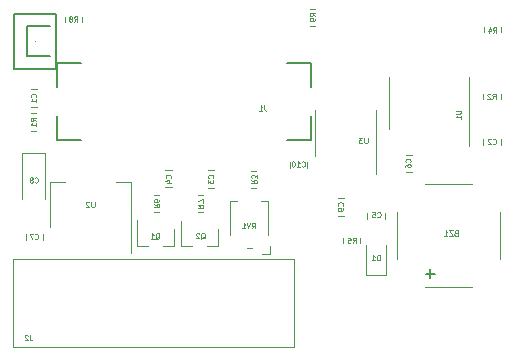
<source format=gbr>
G04 #@! TF.GenerationSoftware,KiCad,Pcbnew,(5.1.8-0-10_14)*
G04 #@! TF.CreationDate,2021-03-05T16:46:23-05:00*
G04 #@! TF.ProjectId,v1,76312e6b-6963-4616-945f-706362585858,rev?*
G04 #@! TF.SameCoordinates,Original*
G04 #@! TF.FileFunction,Legend,Bot*
G04 #@! TF.FilePolarity,Positive*
%FSLAX46Y46*%
G04 Gerber Fmt 4.6, Leading zero omitted, Abs format (unit mm)*
G04 Created by KiCad (PCBNEW (5.1.8-0-10_14)) date 2021-03-05 16:46:23*
%MOMM*%
%LPD*%
G01*
G04 APERTURE LIST*
%ADD10C,0.120000*%
%ADD11C,0.150000*%
%ADD12C,0.050000*%
%ADD13C,0.127000*%
%ADD14C,0.112500*%
%ADD15C,0.000100*%
%ADD16C,0.000120*%
G04 APERTURE END LIST*
D10*
X161868800Y-91821000D02*
X161868800Y-95271000D01*
X161868800Y-91821000D02*
X161868800Y-89871000D01*
X156748800Y-91821000D02*
X156748800Y-93771000D01*
X156748800Y-91821000D02*
X156748800Y-89871000D01*
X134308800Y-95956200D02*
X135568800Y-95956200D01*
X141128800Y-95956200D02*
X139868800Y-95956200D01*
X134308800Y-99716200D02*
X134308800Y-95956200D01*
X141128800Y-101966200D02*
X141128800Y-95956200D01*
X169780400Y-89281000D02*
X169780400Y-92881000D01*
X169780400Y-89281000D02*
X169780400Y-87081000D01*
X163010400Y-89281000D02*
X163010400Y-91481000D01*
X163010400Y-89281000D02*
X163010400Y-87081000D01*
X152955400Y-102015600D02*
X152255400Y-102015600D01*
X152955400Y-101315600D02*
X152955400Y-102015600D01*
X149555400Y-97515600D02*
X150155400Y-97515600D01*
X149555400Y-100415600D02*
X149555400Y-97515600D01*
X152755400Y-97515600D02*
X152155400Y-97515600D01*
X152755400Y-100415600D02*
X152755400Y-97515600D01*
X151355400Y-101515600D02*
X150955400Y-101515600D01*
X156767264Y-81243500D02*
X156313136Y-81243500D01*
X156767264Y-82713500D02*
X156313136Y-82713500D01*
X137031400Y-82421464D02*
X137031400Y-81967336D01*
X135561400Y-82421464D02*
X135561400Y-81967336D01*
X146807336Y-98474200D02*
X147261464Y-98474200D01*
X146807336Y-97004200D02*
X147261464Y-97004200D01*
X143073536Y-98465734D02*
X143527664Y-98465734D01*
X143073536Y-96995734D02*
X143527664Y-96995734D01*
X160551800Y-100661736D02*
X160551800Y-101115864D01*
X159081800Y-100661736D02*
X159081800Y-101115864D01*
X170996300Y-83261564D02*
X170996300Y-82807436D01*
X172466300Y-83261564D02*
X172466300Y-82807436D01*
X151283936Y-96442200D02*
X151738064Y-96442200D01*
X151283936Y-94972200D02*
X151738064Y-94972200D01*
X170969000Y-88896564D02*
X170969000Y-88442436D01*
X172439000Y-88896564D02*
X172439000Y-88442436D01*
X132665736Y-91590800D02*
X133119864Y-91590800D01*
X132665736Y-90120800D02*
X133119864Y-90120800D01*
X148544400Y-101352468D02*
X147614400Y-101352468D01*
X145384400Y-101352468D02*
X146314400Y-101352468D01*
X145384400Y-101352468D02*
X145384400Y-99192468D01*
X148544400Y-101352468D02*
X148544400Y-99892468D01*
X144810600Y-101344000D02*
X143880600Y-101344000D01*
X141650600Y-101344000D02*
X142580600Y-101344000D01*
X141650600Y-101344000D02*
X141650600Y-99184000D01*
X144810600Y-101344000D02*
X144810600Y-99884000D01*
X131154100Y-109884700D02*
X154914100Y-109884700D01*
X154914100Y-109884700D02*
X154914100Y-102484700D01*
X154914100Y-102484700D02*
X131154100Y-102484700D01*
X131154100Y-102484700D02*
X131154100Y-109884700D01*
D11*
X134892000Y-90352000D02*
X134892000Y-90352000D01*
X134892000Y-92352000D02*
X134892000Y-90352000D01*
X136892000Y-92352000D02*
X136892000Y-92352000D01*
X134892000Y-92352000D02*
X136892000Y-92352000D01*
X134892000Y-87852000D02*
X134892000Y-87852000D01*
X134892000Y-85852000D02*
X134892000Y-87852000D01*
X136892000Y-85852000D02*
X136892000Y-85852000D01*
X134892000Y-85852000D02*
X136892000Y-85852000D01*
X154392000Y-85852000D02*
X154392000Y-85852000D01*
X156392000Y-85852000D02*
X154392000Y-85852000D01*
X156392000Y-87852000D02*
X156392000Y-87852000D01*
X156392000Y-85852000D02*
X156392000Y-87852000D01*
X156392000Y-90352000D02*
X156392000Y-90352000D01*
X156392000Y-92352000D02*
X156392000Y-90352000D01*
D12*
X154392000Y-92352000D02*
X154392000Y-92352000D01*
D11*
X156392000Y-92352000D02*
X154392000Y-92352000D01*
D10*
X162749600Y-103836600D02*
X162749600Y-101286600D01*
X161049600Y-103836600D02*
X161049600Y-101286600D01*
X162749600Y-103836600D02*
X161049600Y-103836600D01*
X154586000Y-94226748D02*
X154586000Y-94749252D01*
X156056000Y-94226748D02*
X156056000Y-94749252D01*
X159204252Y-98779000D02*
X158681748Y-98779000D01*
X159204252Y-97309000D02*
X158681748Y-97309000D01*
X131957800Y-97411200D02*
X131957800Y-93501200D01*
X131957800Y-93501200D02*
X133827800Y-93501200D01*
X133827800Y-93501200D02*
X133827800Y-97411200D01*
X132227800Y-100304948D02*
X132227800Y-100827452D01*
X133697800Y-100304948D02*
X133697800Y-100827452D01*
X164914252Y-95096000D02*
X164391748Y-95096000D01*
X164914252Y-93626000D02*
X164391748Y-93626000D01*
X161164600Y-99041852D02*
X161164600Y-98519348D01*
X162634600Y-99041852D02*
X162634600Y-98519348D01*
X144584052Y-94921400D02*
X144061548Y-94921400D01*
X144584052Y-96391400D02*
X144061548Y-96391400D01*
X147668348Y-96416800D02*
X148190852Y-96416800D01*
X147668348Y-94946800D02*
X148190852Y-94946800D01*
X170969000Y-92778252D02*
X170969000Y-92255748D01*
X172439000Y-92778252D02*
X172439000Y-92255748D01*
X133174052Y-88088800D02*
X132651548Y-88088800D01*
X133174052Y-89558800D02*
X132651548Y-89558800D01*
X170046400Y-104813000D02*
X166046400Y-104813000D01*
X163696400Y-102463000D02*
X163696400Y-98463000D01*
X166046400Y-96113000D02*
X170046400Y-96113000D01*
X172396400Y-98463000D02*
X172396400Y-102463000D01*
D13*
X132384800Y-82753200D02*
X134289800Y-82753200D01*
X132384800Y-85293200D02*
X132384800Y-82753200D01*
X134289800Y-85293200D02*
X132384800Y-85293200D01*
X134772400Y-81673700D02*
X134772400Y-86372700D01*
X131267200Y-81673700D02*
X134772400Y-81673700D01*
X131267200Y-86372700D02*
X131267200Y-81673700D01*
X134772400Y-86372700D02*
X131267200Y-86372700D01*
D14*
X161175657Y-92184171D02*
X161175657Y-92548457D01*
X161154228Y-92591314D01*
X161132800Y-92612742D01*
X161089942Y-92634171D01*
X161004228Y-92634171D01*
X160961371Y-92612742D01*
X160939942Y-92591314D01*
X160918514Y-92548457D01*
X160918514Y-92184171D01*
X160747085Y-92184171D02*
X160468514Y-92184171D01*
X160618514Y-92355600D01*
X160554228Y-92355600D01*
X160511371Y-92377028D01*
X160489942Y-92398457D01*
X160468514Y-92441314D01*
X160468514Y-92548457D01*
X160489942Y-92591314D01*
X160511371Y-92612742D01*
X160554228Y-92634171D01*
X160682800Y-92634171D01*
X160725657Y-92612742D01*
X160747085Y-92591314D01*
X138061657Y-97619771D02*
X138061657Y-97984057D01*
X138040228Y-98026914D01*
X138018800Y-98048342D01*
X137975942Y-98069771D01*
X137890228Y-98069771D01*
X137847371Y-98048342D01*
X137825942Y-98026914D01*
X137804514Y-97984057D01*
X137804514Y-97619771D01*
X137611657Y-97662628D02*
X137590228Y-97641200D01*
X137547371Y-97619771D01*
X137440228Y-97619771D01*
X137397371Y-97641200D01*
X137375942Y-97662628D01*
X137354514Y-97705485D01*
X137354514Y-97748342D01*
X137375942Y-97812628D01*
X137633085Y-98069771D01*
X137354514Y-98069771D01*
X168638771Y-89885642D02*
X169003057Y-89885642D01*
X169045914Y-89907071D01*
X169067342Y-89928500D01*
X169088771Y-89971357D01*
X169088771Y-90057071D01*
X169067342Y-90099928D01*
X169045914Y-90121357D01*
X169003057Y-90142785D01*
X168638771Y-90142785D01*
X169088771Y-90592785D02*
X169088771Y-90335642D01*
X169088771Y-90464214D02*
X168638771Y-90464214D01*
X168703057Y-90421357D01*
X168745914Y-90378500D01*
X168767342Y-90335642D01*
X151372457Y-99860471D02*
X151522457Y-99646185D01*
X151629600Y-99860471D02*
X151629600Y-99410471D01*
X151458171Y-99410471D01*
X151415314Y-99431900D01*
X151393885Y-99453328D01*
X151372457Y-99496185D01*
X151372457Y-99560471D01*
X151393885Y-99603328D01*
X151415314Y-99624757D01*
X151458171Y-99646185D01*
X151629600Y-99646185D01*
X151243885Y-99410471D02*
X151093885Y-99860471D01*
X150943885Y-99410471D01*
X150558171Y-99860471D02*
X150815314Y-99860471D01*
X150686742Y-99860471D02*
X150686742Y-99410471D01*
X150729600Y-99474757D01*
X150772457Y-99517614D01*
X150815314Y-99539042D01*
X156731071Y-81882000D02*
X156516785Y-81732000D01*
X156731071Y-81624857D02*
X156281071Y-81624857D01*
X156281071Y-81796285D01*
X156302500Y-81839142D01*
X156323928Y-81860571D01*
X156366785Y-81882000D01*
X156431071Y-81882000D01*
X156473928Y-81860571D01*
X156495357Y-81839142D01*
X156516785Y-81796285D01*
X156516785Y-81624857D01*
X156731071Y-82096285D02*
X156731071Y-82182000D01*
X156709642Y-82224857D01*
X156688214Y-82246285D01*
X156623928Y-82289142D01*
X156538214Y-82310571D01*
X156366785Y-82310571D01*
X156323928Y-82289142D01*
X156302500Y-82267714D01*
X156281071Y-82224857D01*
X156281071Y-82139142D01*
X156302500Y-82096285D01*
X156323928Y-82074857D01*
X156366785Y-82053428D01*
X156473928Y-82053428D01*
X156516785Y-82074857D01*
X156538214Y-82096285D01*
X156559642Y-82139142D01*
X156559642Y-82224857D01*
X156538214Y-82267714D01*
X156516785Y-82289142D01*
X156473928Y-82310571D01*
X136346000Y-82363646D02*
X136496000Y-82149360D01*
X136603142Y-82363646D02*
X136603142Y-81913646D01*
X136431714Y-81913646D01*
X136388857Y-81935075D01*
X136367428Y-81956503D01*
X136346000Y-81999360D01*
X136346000Y-82063646D01*
X136367428Y-82106503D01*
X136388857Y-82127932D01*
X136431714Y-82149360D01*
X136603142Y-82149360D01*
X136088857Y-82106503D02*
X136131714Y-82085075D01*
X136153142Y-82063646D01*
X136174571Y-82020789D01*
X136174571Y-81999360D01*
X136153142Y-81956503D01*
X136131714Y-81935075D01*
X136088857Y-81913646D01*
X136003142Y-81913646D01*
X135960285Y-81935075D01*
X135938857Y-81956503D01*
X135917428Y-81999360D01*
X135917428Y-82020789D01*
X135938857Y-82063646D01*
X135960285Y-82085075D01*
X136003142Y-82106503D01*
X136088857Y-82106503D01*
X136131714Y-82127932D01*
X136153142Y-82149360D01*
X136174571Y-82192217D01*
X136174571Y-82277932D01*
X136153142Y-82320789D01*
X136131714Y-82342217D01*
X136088857Y-82363646D01*
X136003142Y-82363646D01*
X135960285Y-82342217D01*
X135938857Y-82320789D01*
X135917428Y-82277932D01*
X135917428Y-82192217D01*
X135938857Y-82149360D01*
X135960285Y-82127932D01*
X136003142Y-82106503D01*
X146780028Y-97839600D02*
X146994314Y-97989600D01*
X146780028Y-98096742D02*
X147230028Y-98096742D01*
X147230028Y-97925314D01*
X147208600Y-97882457D01*
X147187171Y-97861028D01*
X147144314Y-97839600D01*
X147080028Y-97839600D01*
X147037171Y-97861028D01*
X147015742Y-97882457D01*
X146994314Y-97925314D01*
X146994314Y-98096742D01*
X147230028Y-97689600D02*
X147230028Y-97389600D01*
X146780028Y-97582457D01*
X143097028Y-97805734D02*
X143311314Y-97955734D01*
X143097028Y-98062876D02*
X143547028Y-98062876D01*
X143547028Y-97891448D01*
X143525600Y-97848591D01*
X143504171Y-97827162D01*
X143461314Y-97805734D01*
X143397028Y-97805734D01*
X143354171Y-97827162D01*
X143332742Y-97848591D01*
X143311314Y-97891448D01*
X143311314Y-98062876D01*
X143547028Y-97420019D02*
X143547028Y-97505734D01*
X143525600Y-97548591D01*
X143504171Y-97570019D01*
X143439885Y-97612876D01*
X143354171Y-97634305D01*
X143182742Y-97634305D01*
X143139885Y-97612876D01*
X143118457Y-97591448D01*
X143097028Y-97548591D01*
X143097028Y-97462876D01*
X143118457Y-97420019D01*
X143139885Y-97398591D01*
X143182742Y-97377162D01*
X143289885Y-97377162D01*
X143332742Y-97398591D01*
X143354171Y-97420019D01*
X143375600Y-97462876D01*
X143375600Y-97548591D01*
X143354171Y-97591448D01*
X143332742Y-97612876D01*
X143289885Y-97634305D01*
X159917200Y-101092371D02*
X160067200Y-100878085D01*
X160174342Y-101092371D02*
X160174342Y-100642371D01*
X160002914Y-100642371D01*
X159960057Y-100663800D01*
X159938628Y-100685228D01*
X159917200Y-100728085D01*
X159917200Y-100792371D01*
X159938628Y-100835228D01*
X159960057Y-100856657D01*
X160002914Y-100878085D01*
X160174342Y-100878085D01*
X159510057Y-100642371D02*
X159724342Y-100642371D01*
X159745771Y-100856657D01*
X159724342Y-100835228D01*
X159681485Y-100813800D01*
X159574342Y-100813800D01*
X159531485Y-100835228D01*
X159510057Y-100856657D01*
X159488628Y-100899514D01*
X159488628Y-101006657D01*
X159510057Y-101049514D01*
X159531485Y-101070942D01*
X159574342Y-101092371D01*
X159681485Y-101092371D01*
X159724342Y-101070942D01*
X159745771Y-101049514D01*
X171806300Y-83288871D02*
X171956300Y-83074585D01*
X172063442Y-83288871D02*
X172063442Y-82838871D01*
X171892014Y-82838871D01*
X171849157Y-82860300D01*
X171827728Y-82881728D01*
X171806300Y-82924585D01*
X171806300Y-82988871D01*
X171827728Y-83031728D01*
X171849157Y-83053157D01*
X171892014Y-83074585D01*
X172063442Y-83074585D01*
X171420585Y-82988871D02*
X171420585Y-83288871D01*
X171527728Y-82817442D02*
X171634871Y-83138871D01*
X171356300Y-83138871D01*
X151330928Y-95756800D02*
X151545214Y-95906800D01*
X151330928Y-96013942D02*
X151780928Y-96013942D01*
X151780928Y-95842514D01*
X151759500Y-95799657D01*
X151738071Y-95778228D01*
X151695214Y-95756800D01*
X151630928Y-95756800D01*
X151588071Y-95778228D01*
X151566642Y-95799657D01*
X151545214Y-95842514D01*
X151545214Y-96013942D01*
X151780928Y-95606800D02*
X151780928Y-95328228D01*
X151609500Y-95478228D01*
X151609500Y-95413942D01*
X151588071Y-95371085D01*
X151566642Y-95349657D01*
X151523785Y-95328228D01*
X151416642Y-95328228D01*
X151373785Y-95349657D01*
X151352357Y-95371085D01*
X151330928Y-95413942D01*
X151330928Y-95542514D01*
X151352357Y-95585371D01*
X151373785Y-95606800D01*
X171753600Y-88898471D02*
X171903600Y-88684185D01*
X172010742Y-88898471D02*
X172010742Y-88448471D01*
X171839314Y-88448471D01*
X171796457Y-88469900D01*
X171775028Y-88491328D01*
X171753600Y-88534185D01*
X171753600Y-88598471D01*
X171775028Y-88641328D01*
X171796457Y-88662757D01*
X171839314Y-88684185D01*
X172010742Y-88684185D01*
X171582171Y-88491328D02*
X171560742Y-88469900D01*
X171517885Y-88448471D01*
X171410742Y-88448471D01*
X171367885Y-88469900D01*
X171346457Y-88491328D01*
X171325028Y-88534185D01*
X171325028Y-88577042D01*
X171346457Y-88641328D01*
X171603600Y-88898471D01*
X171325028Y-88898471D01*
X133096371Y-90780800D02*
X132882085Y-90630800D01*
X133096371Y-90523657D02*
X132646371Y-90523657D01*
X132646371Y-90695085D01*
X132667800Y-90737942D01*
X132689228Y-90759371D01*
X132732085Y-90780800D01*
X132796371Y-90780800D01*
X132839228Y-90759371D01*
X132860657Y-90737942D01*
X132882085Y-90695085D01*
X132882085Y-90523657D01*
X133096371Y-91209371D02*
X133096371Y-90952228D01*
X133096371Y-91080800D02*
X132646371Y-91080800D01*
X132710657Y-91037942D01*
X132753514Y-90995085D01*
X132774942Y-90952228D01*
X147073257Y-100753296D02*
X147116114Y-100731868D01*
X147158971Y-100689010D01*
X147223257Y-100624725D01*
X147266114Y-100603296D01*
X147308971Y-100603296D01*
X147287542Y-100710439D02*
X147330400Y-100689010D01*
X147373257Y-100646153D01*
X147394685Y-100560439D01*
X147394685Y-100410439D01*
X147373257Y-100324725D01*
X147330400Y-100281868D01*
X147287542Y-100260439D01*
X147201828Y-100260439D01*
X147158971Y-100281868D01*
X147116114Y-100324725D01*
X147094685Y-100410439D01*
X147094685Y-100560439D01*
X147116114Y-100646153D01*
X147158971Y-100689010D01*
X147201828Y-100710439D01*
X147287542Y-100710439D01*
X146923257Y-100303296D02*
X146901828Y-100281868D01*
X146858971Y-100260439D01*
X146751828Y-100260439D01*
X146708971Y-100281868D01*
X146687542Y-100303296D01*
X146666114Y-100346153D01*
X146666114Y-100389010D01*
X146687542Y-100453296D01*
X146944685Y-100710439D01*
X146666114Y-100710439D01*
X143222657Y-100763628D02*
X143265514Y-100742200D01*
X143308371Y-100699342D01*
X143372657Y-100635057D01*
X143415514Y-100613628D01*
X143458371Y-100613628D01*
X143436942Y-100720771D02*
X143479800Y-100699342D01*
X143522657Y-100656485D01*
X143544085Y-100570771D01*
X143544085Y-100420771D01*
X143522657Y-100335057D01*
X143479800Y-100292200D01*
X143436942Y-100270771D01*
X143351228Y-100270771D01*
X143308371Y-100292200D01*
X143265514Y-100335057D01*
X143244085Y-100420771D01*
X143244085Y-100570771D01*
X143265514Y-100656485D01*
X143308371Y-100699342D01*
X143351228Y-100720771D01*
X143436942Y-100720771D01*
X142815514Y-100720771D02*
X143072657Y-100720771D01*
X142944085Y-100720771D02*
X142944085Y-100270771D01*
X142986942Y-100335057D01*
X143029800Y-100377914D01*
X143072657Y-100399342D01*
X132585600Y-108897371D02*
X132585600Y-109218800D01*
X132607028Y-109283085D01*
X132649885Y-109325942D01*
X132714171Y-109347371D01*
X132757028Y-109347371D01*
X132392742Y-108940228D02*
X132371314Y-108918800D01*
X132328457Y-108897371D01*
X132221314Y-108897371D01*
X132178457Y-108918800D01*
X132157028Y-108940228D01*
X132135600Y-108983085D01*
X132135600Y-109025942D01*
X132157028Y-109090228D01*
X132414171Y-109347371D01*
X132135600Y-109347371D01*
X152448400Y-89440971D02*
X152448400Y-89762400D01*
X152469828Y-89826685D01*
X152512685Y-89869542D01*
X152576971Y-89890971D01*
X152619828Y-89890971D01*
X151998400Y-89890971D02*
X152255542Y-89890971D01*
X152126971Y-89890971D02*
X152126971Y-89440971D01*
X152169828Y-89505257D01*
X152212685Y-89548114D01*
X152255542Y-89569542D01*
X162231742Y-102565571D02*
X162231742Y-102115571D01*
X162124600Y-102115571D01*
X162060314Y-102137000D01*
X162017457Y-102179857D01*
X161996028Y-102222714D01*
X161974600Y-102308428D01*
X161974600Y-102372714D01*
X161996028Y-102458428D01*
X162017457Y-102501285D01*
X162060314Y-102544142D01*
X162124600Y-102565571D01*
X162231742Y-102565571D01*
X161546028Y-102565571D02*
X161803171Y-102565571D01*
X161674600Y-102565571D02*
X161674600Y-102115571D01*
X161717457Y-102179857D01*
X161760314Y-102222714D01*
X161803171Y-102244142D01*
X155610285Y-94597914D02*
X155631714Y-94619342D01*
X155696000Y-94640771D01*
X155738857Y-94640771D01*
X155803142Y-94619342D01*
X155846000Y-94576485D01*
X155867428Y-94533628D01*
X155888857Y-94447914D01*
X155888857Y-94383628D01*
X155867428Y-94297914D01*
X155846000Y-94255057D01*
X155803142Y-94212200D01*
X155738857Y-94190771D01*
X155696000Y-94190771D01*
X155631714Y-94212200D01*
X155610285Y-94233628D01*
X155181714Y-94640771D02*
X155438857Y-94640771D01*
X155310285Y-94640771D02*
X155310285Y-94190771D01*
X155353142Y-94255057D01*
X155396000Y-94297914D01*
X155438857Y-94319342D01*
X154903142Y-94190771D02*
X154860285Y-94190771D01*
X154817428Y-94212200D01*
X154796000Y-94233628D01*
X154774571Y-94276485D01*
X154753142Y-94362200D01*
X154753142Y-94469342D01*
X154774571Y-94555057D01*
X154796000Y-94597914D01*
X154817428Y-94619342D01*
X154860285Y-94640771D01*
X154903142Y-94640771D01*
X154946000Y-94619342D01*
X154967428Y-94597914D01*
X154988857Y-94555057D01*
X155010285Y-94469342D01*
X155010285Y-94362200D01*
X154988857Y-94276485D01*
X154967428Y-94233628D01*
X154946000Y-94212200D01*
X154903142Y-94190771D01*
X159068114Y-97943600D02*
X159089542Y-97922171D01*
X159110971Y-97857885D01*
X159110971Y-97815028D01*
X159089542Y-97750742D01*
X159046685Y-97707885D01*
X159003828Y-97686457D01*
X158918114Y-97665028D01*
X158853828Y-97665028D01*
X158768114Y-97686457D01*
X158725257Y-97707885D01*
X158682400Y-97750742D01*
X158660971Y-97815028D01*
X158660971Y-97857885D01*
X158682400Y-97922171D01*
X158703828Y-97943600D01*
X159110971Y-98157885D02*
X159110971Y-98243600D01*
X159089542Y-98286457D01*
X159068114Y-98307885D01*
X159003828Y-98350742D01*
X158918114Y-98372171D01*
X158746685Y-98372171D01*
X158703828Y-98350742D01*
X158682400Y-98329314D01*
X158660971Y-98286457D01*
X158660971Y-98200742D01*
X158682400Y-98157885D01*
X158703828Y-98136457D01*
X158746685Y-98115028D01*
X158853828Y-98115028D01*
X158896685Y-98136457D01*
X158918114Y-98157885D01*
X158939542Y-98200742D01*
X158939542Y-98286457D01*
X158918114Y-98329314D01*
X158896685Y-98350742D01*
X158853828Y-98372171D01*
X132993200Y-95950314D02*
X133014628Y-95971742D01*
X133078914Y-95993171D01*
X133121771Y-95993171D01*
X133186057Y-95971742D01*
X133228914Y-95928885D01*
X133250342Y-95886028D01*
X133271771Y-95800314D01*
X133271771Y-95736028D01*
X133250342Y-95650314D01*
X133228914Y-95607457D01*
X133186057Y-95564600D01*
X133121771Y-95543171D01*
X133078914Y-95543171D01*
X133014628Y-95564600D01*
X132993200Y-95586028D01*
X132736057Y-95736028D02*
X132778914Y-95714600D01*
X132800342Y-95693171D01*
X132821771Y-95650314D01*
X132821771Y-95628885D01*
X132800342Y-95586028D01*
X132778914Y-95564600D01*
X132736057Y-95543171D01*
X132650342Y-95543171D01*
X132607485Y-95564600D01*
X132586057Y-95586028D01*
X132564628Y-95628885D01*
X132564628Y-95650314D01*
X132586057Y-95693171D01*
X132607485Y-95714600D01*
X132650342Y-95736028D01*
X132736057Y-95736028D01*
X132778914Y-95757457D01*
X132800342Y-95778885D01*
X132821771Y-95821742D01*
X132821771Y-95907457D01*
X132800342Y-95950314D01*
X132778914Y-95971742D01*
X132736057Y-95993171D01*
X132650342Y-95993171D01*
X132607485Y-95971742D01*
X132586057Y-95950314D01*
X132564628Y-95907457D01*
X132564628Y-95821742D01*
X132586057Y-95778885D01*
X132607485Y-95757457D01*
X132650342Y-95736028D01*
X133037800Y-100726914D02*
X133059228Y-100748342D01*
X133123514Y-100769771D01*
X133166371Y-100769771D01*
X133230657Y-100748342D01*
X133273514Y-100705485D01*
X133294942Y-100662628D01*
X133316371Y-100576914D01*
X133316371Y-100512628D01*
X133294942Y-100426914D01*
X133273514Y-100384057D01*
X133230657Y-100341200D01*
X133166371Y-100319771D01*
X133123514Y-100319771D01*
X133059228Y-100341200D01*
X133037800Y-100362628D01*
X132887800Y-100319771D02*
X132587800Y-100319771D01*
X132780657Y-100769771D01*
X164788314Y-94260600D02*
X164809742Y-94239171D01*
X164831171Y-94174885D01*
X164831171Y-94132028D01*
X164809742Y-94067742D01*
X164766885Y-94024885D01*
X164724028Y-94003457D01*
X164638314Y-93982028D01*
X164574028Y-93982028D01*
X164488314Y-94003457D01*
X164445457Y-94024885D01*
X164402600Y-94067742D01*
X164381171Y-94132028D01*
X164381171Y-94174885D01*
X164402600Y-94239171D01*
X164424028Y-94260600D01*
X164381171Y-94646314D02*
X164381171Y-94560600D01*
X164402600Y-94517742D01*
X164424028Y-94496314D01*
X164488314Y-94453457D01*
X164574028Y-94432028D01*
X164745457Y-94432028D01*
X164788314Y-94453457D01*
X164809742Y-94474885D01*
X164831171Y-94517742D01*
X164831171Y-94603457D01*
X164809742Y-94646314D01*
X164788314Y-94667742D01*
X164745457Y-94689171D01*
X164638314Y-94689171D01*
X164595457Y-94667742D01*
X164574028Y-94646314D01*
X164552600Y-94603457D01*
X164552600Y-94517742D01*
X164574028Y-94474885D01*
X164595457Y-94453457D01*
X164638314Y-94432028D01*
X162000000Y-98890514D02*
X162021428Y-98911942D01*
X162085714Y-98933371D01*
X162128571Y-98933371D01*
X162192857Y-98911942D01*
X162235714Y-98869085D01*
X162257142Y-98826228D01*
X162278571Y-98740514D01*
X162278571Y-98676228D01*
X162257142Y-98590514D01*
X162235714Y-98547657D01*
X162192857Y-98504800D01*
X162128571Y-98483371D01*
X162085714Y-98483371D01*
X162021428Y-98504800D01*
X162000000Y-98526228D01*
X161592857Y-98483371D02*
X161807142Y-98483371D01*
X161828571Y-98697657D01*
X161807142Y-98676228D01*
X161764285Y-98654800D01*
X161657142Y-98654800D01*
X161614285Y-98676228D01*
X161592857Y-98697657D01*
X161571428Y-98740514D01*
X161571428Y-98847657D01*
X161592857Y-98890514D01*
X161614285Y-98911942D01*
X161657142Y-98933371D01*
X161764285Y-98933371D01*
X161807142Y-98911942D01*
X161828571Y-98890514D01*
X144493714Y-95606800D02*
X144515142Y-95585371D01*
X144536571Y-95521085D01*
X144536571Y-95478228D01*
X144515142Y-95413942D01*
X144472285Y-95371085D01*
X144429428Y-95349657D01*
X144343714Y-95328228D01*
X144279428Y-95328228D01*
X144193714Y-95349657D01*
X144150857Y-95371085D01*
X144108000Y-95413942D01*
X144086571Y-95478228D01*
X144086571Y-95521085D01*
X144108000Y-95585371D01*
X144129428Y-95606800D01*
X144236571Y-95992514D02*
X144536571Y-95992514D01*
X144065142Y-95885371D02*
X144386571Y-95778228D01*
X144386571Y-96056800D01*
X148075114Y-95606800D02*
X148096542Y-95585371D01*
X148117971Y-95521085D01*
X148117971Y-95478228D01*
X148096542Y-95413942D01*
X148053685Y-95371085D01*
X148010828Y-95349657D01*
X147925114Y-95328228D01*
X147860828Y-95328228D01*
X147775114Y-95349657D01*
X147732257Y-95371085D01*
X147689400Y-95413942D01*
X147667971Y-95478228D01*
X147667971Y-95521085D01*
X147689400Y-95585371D01*
X147710828Y-95606800D01*
X147667971Y-95756800D02*
X147667971Y-96035371D01*
X147839400Y-95885371D01*
X147839400Y-95949657D01*
X147860828Y-95992514D01*
X147882257Y-96013942D01*
X147925114Y-96035371D01*
X148032257Y-96035371D01*
X148075114Y-96013942D01*
X148096542Y-95992514D01*
X148117971Y-95949657D01*
X148117971Y-95821085D01*
X148096542Y-95778228D01*
X148075114Y-95756800D01*
X171779000Y-92677714D02*
X171800428Y-92699142D01*
X171864714Y-92720571D01*
X171907571Y-92720571D01*
X171971857Y-92699142D01*
X172014714Y-92656285D01*
X172036142Y-92613428D01*
X172057571Y-92527714D01*
X172057571Y-92463428D01*
X172036142Y-92377714D01*
X172014714Y-92334857D01*
X171971857Y-92292000D01*
X171907571Y-92270571D01*
X171864714Y-92270571D01*
X171800428Y-92292000D01*
X171779000Y-92313428D01*
X171607571Y-92313428D02*
X171586142Y-92292000D01*
X171543285Y-92270571D01*
X171436142Y-92270571D01*
X171393285Y-92292000D01*
X171371857Y-92313428D01*
X171350428Y-92356285D01*
X171350428Y-92399142D01*
X171371857Y-92463428D01*
X171629000Y-92720571D01*
X171350428Y-92720571D01*
X133083714Y-88748800D02*
X133105142Y-88727371D01*
X133126571Y-88663085D01*
X133126571Y-88620228D01*
X133105142Y-88555942D01*
X133062285Y-88513085D01*
X133019428Y-88491657D01*
X132933714Y-88470228D01*
X132869428Y-88470228D01*
X132783714Y-88491657D01*
X132740857Y-88513085D01*
X132698000Y-88555942D01*
X132676571Y-88620228D01*
X132676571Y-88663085D01*
X132698000Y-88727371D01*
X132719428Y-88748800D01*
X133126571Y-89177371D02*
X133126571Y-88920228D01*
X133126571Y-89048800D02*
X132676571Y-89048800D01*
X132740857Y-89005942D01*
X132783714Y-88963085D01*
X132805142Y-88920228D01*
X168642828Y-100233657D02*
X168578542Y-100255085D01*
X168557114Y-100276514D01*
X168535685Y-100319371D01*
X168535685Y-100383657D01*
X168557114Y-100426514D01*
X168578542Y-100447942D01*
X168621400Y-100469371D01*
X168792828Y-100469371D01*
X168792828Y-100019371D01*
X168642828Y-100019371D01*
X168599971Y-100040800D01*
X168578542Y-100062228D01*
X168557114Y-100105085D01*
X168557114Y-100147942D01*
X168578542Y-100190800D01*
X168599971Y-100212228D01*
X168642828Y-100233657D01*
X168792828Y-100233657D01*
X168385685Y-100019371D02*
X168085685Y-100019371D01*
X168385685Y-100469371D01*
X168085685Y-100469371D01*
X167678542Y-100469371D02*
X167935685Y-100469371D01*
X167807114Y-100469371D02*
X167807114Y-100019371D01*
X167849971Y-100083657D01*
X167892828Y-100126514D01*
X167935685Y-100147942D01*
D11*
X166474971Y-104093952D02*
X166474971Y-103332047D01*
X166094019Y-103713000D02*
X166855923Y-103713000D01*
D15*
X133019961Y-84022666D02*
X133019980Y-84022723D01*
X133019980Y-84022819D01*
X133019961Y-84022857D01*
X133019942Y-84022876D01*
X133019904Y-84022895D01*
X133019866Y-84022895D01*
X133019828Y-84022876D01*
X133019809Y-84022857D01*
X133019790Y-84022819D01*
X133019771Y-84022742D01*
X133019752Y-84022704D01*
X133019733Y-84022685D01*
X133019695Y-84022666D01*
X133019657Y-84022666D01*
X133019619Y-84022685D01*
X133019600Y-84022704D01*
X133019580Y-84022742D01*
X133019580Y-84022838D01*
X133019600Y-84022895D01*
X133019580Y-84023028D02*
X133019980Y-84023123D01*
X133019695Y-84023200D01*
X133019980Y-84023276D01*
X133019580Y-84023371D01*
X133019980Y-84023733D02*
X133019980Y-84023504D01*
X133019980Y-84023619D02*
X133019580Y-84023619D01*
X133019638Y-84023580D01*
X133019676Y-84023542D01*
X133019695Y-84023504D01*
D16*
D15*
X133019980Y-84022619D02*
X133019790Y-84022485D01*
X133019980Y-84022390D02*
X133019580Y-84022390D01*
X133019580Y-84022542D01*
X133019600Y-84022580D01*
X133019619Y-84022600D01*
X133019657Y-84022619D01*
X133019714Y-84022619D01*
X133019752Y-84022600D01*
X133019771Y-84022580D01*
X133019790Y-84022542D01*
X133019790Y-84022390D01*
X133019771Y-84022790D02*
X133019771Y-84022923D01*
X133019980Y-84022980D02*
X133019980Y-84022790D01*
X133019580Y-84022790D01*
X133019580Y-84022980D01*
X133019961Y-84023133D02*
X133019980Y-84023190D01*
X133019980Y-84023285D01*
X133019961Y-84023323D01*
X133019942Y-84023342D01*
X133019904Y-84023361D01*
X133019866Y-84023361D01*
X133019828Y-84023342D01*
X133019809Y-84023323D01*
X133019790Y-84023285D01*
X133019771Y-84023209D01*
X133019752Y-84023171D01*
X133019733Y-84023152D01*
X133019695Y-84023133D01*
X133019657Y-84023133D01*
X133019619Y-84023152D01*
X133019600Y-84023171D01*
X133019580Y-84023209D01*
X133019580Y-84023304D01*
X133019600Y-84023361D01*
X133019771Y-84023533D02*
X133019771Y-84023666D01*
X133019980Y-84023723D02*
X133019980Y-84023533D01*
X133019580Y-84023533D01*
X133019580Y-84023723D01*
X133019580Y-84023838D02*
X133019580Y-84024066D01*
X133019980Y-84023952D02*
X133019580Y-84023952D01*
D16*
M02*

</source>
